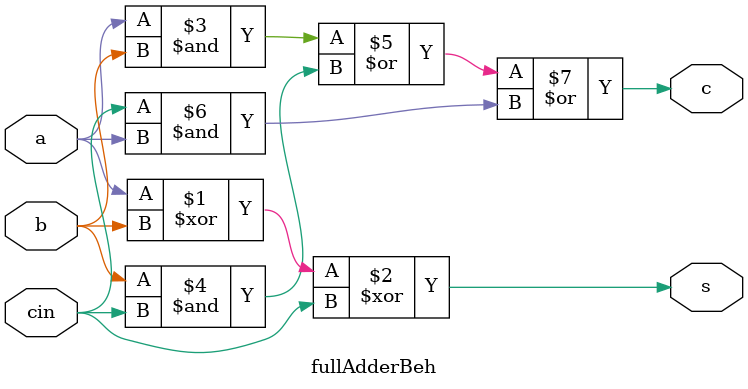
<source format=v>
`timescale 1ns / 1ps
module fullAdderBeh(s, c, a, b, cin
    );
	 input a, b, cin;
	 output s, c;
	 
	 assign s = a^b^cin;
	 assign c = (a&b)|(b&cin)|(cin&a);


endmodule

</source>
